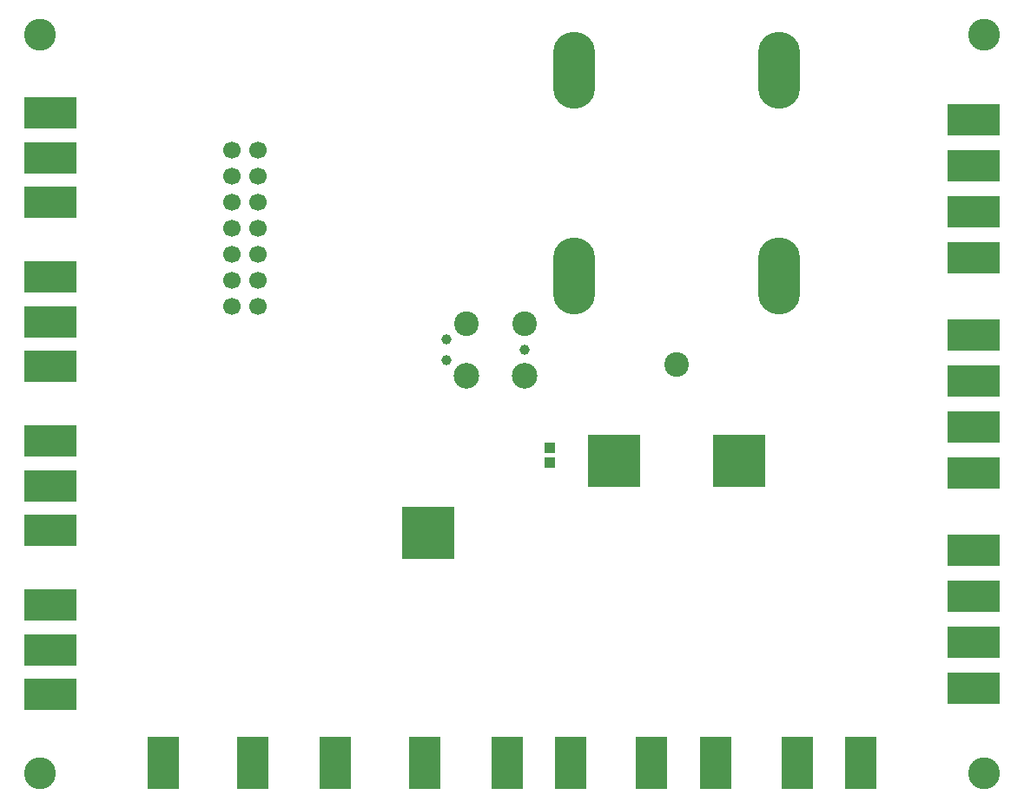
<source format=gbs>
%FSLAX25Y25*%
%MOIN*%
G70*
G01*
G75*
G04 Layer_Color=16711935*
%ADD10C,0.00787*%
%ADD11R,0.02362X0.03543*%
%ADD12R,0.03543X0.02362*%
%ADD13R,0.07087X0.03543*%
%ADD14R,0.15354X0.07087*%
%ADD15R,0.21654X0.05118*%
%ADD16R,0.02756X0.02362*%
%ADD17R,0.03937X0.06693*%
%ADD18R,0.02165X0.00984*%
%ADD19R,0.02362X0.02756*%
%ADD20R,0.03827X0.03158*%
%ADD21R,0.06693X0.06693*%
%ADD22R,0.03150X0.01181*%
%ADD23R,0.01181X0.03150*%
%ADD24R,0.06102X0.02362*%
%ADD25R,0.03543X0.05906*%
%ADD26R,0.05906X0.03543*%
%ADD27R,0.19685X0.19685*%
%ADD28R,0.06693X0.14567*%
%ADD29R,0.07087X0.29528*%
%ADD30R,0.03937X0.03543*%
%ADD31R,0.01575X0.03150*%
%ADD32R,0.15354X0.24410*%
%ADD33R,0.12992X0.17323*%
%ADD34R,0.07087X0.15354*%
%ADD35R,0.05118X0.21654*%
%ADD36C,0.03150*%
%ADD37R,0.04921X0.04803*%
%ADD38R,0.02756X0.05118*%
%ADD39R,0.04724X0.13386*%
%ADD40R,0.02362X0.04134*%
%ADD41C,0.02362*%
%ADD42C,0.02559*%
%ADD43C,0.01181*%
%ADD44C,0.00984*%
%ADD45C,0.03543*%
%ADD46C,0.01575*%
%ADD47C,0.03150*%
%ADD48C,0.04724*%
%ADD49C,0.02756*%
%ADD50C,0.02165*%
%ADD51C,0.01772*%
%ADD52R,0.06200X0.09744*%
%ADD53R,0.06200X0.17300*%
%ADD54R,0.04035X0.13976*%
%ADD55R,0.13976X0.04035*%
%ADD56C,0.07874*%
%ADD57C,0.06299*%
%ADD58C,0.03543*%
%ADD59C,0.09055*%
%ADD60O,0.15748X0.29134*%
%ADD61C,0.11811*%
%ADD62C,0.02559*%
%ADD63C,0.04000*%
%ADD64C,0.10630*%
%ADD65C,0.06693*%
%ADD66C,0.12008*%
%ADD67O,0.18504X0.31890*%
%ADD68C,0.14567*%
%ADD69C,0.03543*%
%ADD70C,0.01969*%
%ADD71R,0.19685X0.11811*%
%ADD72R,0.11811X0.19685*%
%ADD73R,0.03937X0.03937*%
%ADD74R,0.19685X0.19685*%
%ADD75R,0.17421X0.08465*%
%ADD76R,0.17815X0.04429*%
%ADD77R,0.17815X0.04429*%
%ADD78R,0.17421X0.08465*%
%ADD79R,0.17815X0.04429*%
%ADD80R,0.17421X0.08465*%
%ADD81R,0.17421X0.08465*%
%ADD82R,0.17815X0.04429*%
%ADD83R,0.04429X0.17815*%
%ADD84R,0.04429X0.17815*%
%ADD85R,0.04429X0.16043*%
%ADD86R,0.17913X0.15157*%
%ADD87C,0.01000*%
%ADD88C,0.00100*%
%ADD89C,0.00394*%
%ADD90R,0.06299X0.06299*%
%ADD91R,0.15748X0.15748*%
%ADD92R,0.02756X0.03937*%
%ADD93R,0.03937X0.02756*%
%ADD94R,0.07480X0.03937*%
%ADD95R,0.15748X0.07480*%
%ADD96R,0.22047X0.05512*%
%ADD97R,0.03150X0.02756*%
%ADD98R,0.04331X0.07087*%
%ADD99R,0.02559X0.01378*%
%ADD100R,0.02756X0.03150*%
%ADD101R,0.04221X0.03551*%
%ADD102R,0.07087X0.07087*%
%ADD103R,0.03543X0.01575*%
%ADD104R,0.01575X0.03543*%
%ADD105R,0.06496X0.02756*%
%ADD106R,0.03937X0.06299*%
%ADD107R,0.06299X0.03937*%
%ADD108R,0.20079X0.20079*%
%ADD109R,0.07087X0.14961*%
%ADD110R,0.07480X0.29921*%
%ADD111R,0.04331X0.03937*%
%ADD112R,0.01969X0.03543*%
%ADD113R,0.15748X0.24803*%
%ADD114R,0.13386X0.17716*%
%ADD115R,0.07480X0.15748*%
%ADD116R,0.05512X0.22047*%
%ADD117R,0.05315X0.05197*%
%ADD118R,0.03150X0.05512*%
%ADD119R,0.05118X0.13780*%
%ADD120R,0.02756X0.04528*%
%ADD121C,0.08268*%
%ADD122C,0.03937*%
%ADD123C,0.09449*%
%ADD124O,0.16142X0.29528*%
%ADD125C,0.12205*%
%ADD126C,0.09843*%
%ADD127R,0.20079X0.12205*%
%ADD128R,0.12205X0.20079*%
%ADD129R,0.04331X0.04331*%
%ADD130R,0.20079X0.20079*%
D65*
X-97559Y87520D02*
D03*
X-107559Y97520D02*
D03*
X-97559D02*
D03*
X-107559Y87520D02*
D03*
Y77520D02*
D03*
X-97559D02*
D03*
X-107559Y67520D02*
D03*
X-97559D02*
D03*
X-107559Y57520D02*
D03*
X-97559D02*
D03*
X-107559Y47520D02*
D03*
X-97559D02*
D03*
X-107559Y37520D02*
D03*
X-97559D02*
D03*
D108*
X87008Y-22047D02*
D03*
X38976D02*
D03*
D121*
X62992Y14961D02*
D03*
D122*
X4921Y20669D02*
D03*
X-25079Y16673D02*
D03*
Y24665D02*
D03*
D123*
X62992Y14961D02*
D03*
X4921Y10669D02*
D03*
Y30669D02*
D03*
X-17579Y10669D02*
D03*
Y30669D02*
D03*
D124*
X102362Y127953D02*
D03*
X23622D02*
D03*
Y49213D02*
D03*
X102362D02*
D03*
D125*
X181102Y-141732D02*
D03*
Y141732D02*
D03*
X-181102Y-141732D02*
D03*
Y141732D02*
D03*
D126*
X4921Y10669D02*
D03*
X-17579D02*
D03*
D127*
X177165Y8858D02*
D03*
Y26575D02*
D03*
Y-26575D02*
D03*
Y-8858D02*
D03*
Y-91535D02*
D03*
Y-109252D02*
D03*
Y-56102D02*
D03*
Y-73819D02*
D03*
X-177165Y111614D02*
D03*
Y94488D02*
D03*
Y77362D02*
D03*
Y-77362D02*
D03*
Y-94488D02*
D03*
Y-111614D02*
D03*
Y48622D02*
D03*
Y31496D02*
D03*
Y14370D02*
D03*
Y-14370D02*
D03*
Y-31496D02*
D03*
Y-48622D02*
D03*
X177165Y73819D02*
D03*
Y56102D02*
D03*
Y109252D02*
D03*
Y91535D02*
D03*
D128*
X109350Y-137795D02*
D03*
X133760D02*
D03*
X53543D02*
D03*
X77953D02*
D03*
X-2067D02*
D03*
X22343D02*
D03*
X-67815D02*
D03*
X-33563D02*
D03*
X-133760D02*
D03*
X-99508D02*
D03*
D129*
X14567Y-22638D02*
D03*
Y-16732D02*
D03*
D130*
X-32185Y-49705D02*
D03*
M02*

</source>
